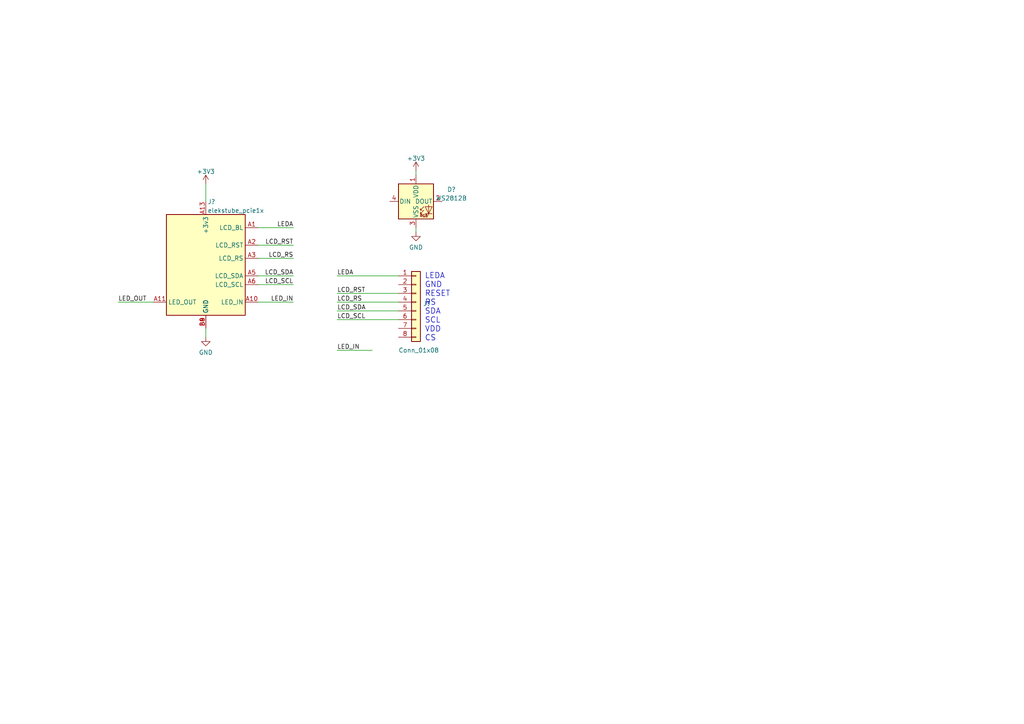
<source format=kicad_sch>
(kicad_sch (version 20211123) (generator eeschema)
  (paper "A4")
  (lib_symbols
    (symbol "Connector_Generic:Conn_01x08" (pin_names (offset 1.016) hide)
      (property "Reference" "J" (at 0 10.16 0))
      (property "Value" "Conn_01x08" (at 0 -12.7 0))
      (symbol "Conn_01x08_1_1"
        (rectangle (start -1.27 -10.033) (end 0 -10.287) (stroke (width 0.1524)))
        (rectangle (start -1.27 -7.493) (end 0 -7.747) (stroke (width 0.1524)))
        (rectangle (start -1.27 -4.953) (end 0 -5.207) (stroke (width 0.1524)))
        (rectangle (start -1.27 -2.413) (end 0 -2.667) (stroke (width 0.1524)))
        (rectangle (start -1.27 0.127) (end 0 -0.127) (stroke (width 0.1524)))
        (rectangle (start -1.27 2.667) (end 0 2.413) (stroke (width 0.1524)))
        (rectangle (start -1.27 5.207) (end 0 4.953) (stroke (width 0.1524)))
        (rectangle (start -1.27 7.747) (end 0 7.493) (stroke (width 0.1524)))
        (rectangle (start -1.27 8.89) (end 1.27 -11.43) (stroke (width 0.254)) (fill (type background)))
        (pin passive line (at -5.08 7.62 0) (length 3.81) (name "Pin_1") (number "1"))
        (pin passive line (at -5.08 5.08 0) (length 3.81) (name "Pin_2") (number "2"))
        (pin passive line (at -5.08 2.54 0) (length 3.81) (name "Pin_3") (number "3"))
        (pin passive line (at -5.08 0 0) (length 3.81) (name "Pin_4") (number "4"))
        (pin passive line (at -5.08 -2.54 0) (length 3.81) (name "Pin_5") (number "5"))
        (pin passive line (at -5.08 -5.08 0) (length 3.81) (name "Pin_6") (number "6"))
        (pin passive line (at -5.08 -7.62 0) (length 3.81) (name "Pin_7") (number "7"))
        (pin passive line (at -5.08 -10.16 0) (length 3.81) (name "Pin_8") (number "8"))
      )
    )
    (symbol "Interface:elekstube_pcie1x"
      (property "Reference" "J" (at -8.89 22.86 0))
      (property "Value" "elekstube_pcie1x" (at 12.7 22.86 0))
      (symbol "elekstube_pcie1x_0_1"
        (rectangle (start -11.43 21.59) (end 11.43 -7.62) (stroke (width 0.254)) (fill (type background)))
      )
      (symbol "elekstube_pcie1x_1_1"
        (pin input line (at -15.24 17.78 0) (length 3.81) (name "LCD_BL") (number "A1"))
        (pin input line (at -15.24 -3.81 0) (length 3.81) (name "LED_IN") (number "A10"))
        (pin output line (at 15.24 -3.81 180) (length 3.81) (name "LED_OUT") (number "A11"))
        (pin power_in line (at 0 25.4 270) (length 3.81) hide (name "+3v3") (number "A12"))
        (pin power_in line (at 0 25.4 270) (length 3.81) (name "+3v3") (number "A13"))
        (pin power_in line (at 0 25.4 270) (length 3.81) hide (name "+3v3") (number "A14"))
        (pin no_connect line (at 15.24 16.51 180) (length 3.81) hide (name "nc") (number "A15"))
        (pin power_in line (at 0 -11.43 90) (length 3.81) hide (name "GND") (number "A16"))
        (pin power_in line (at 0 -11.43 90) (length 3.81) hide (name "GND") (number "A17"))
        (pin power_in line (at 0 -11.43 90) (length 3.81) hide (name "GND") (number "A18"))
        (pin input line (at -15.24 12.7 0) (length 3.81) (name "LCD_RST") (number "A2"))
        (pin input line (at -15.24 8.89 0) (length 3.81) (name "LCD_RS") (number "A3"))
        (pin power_in line (at 0 -11.43 90) (length 3.81) hide (name "GND") (number "A4"))
        (pin bidirectional line (at -15.24 3.81 0) (length 3.81) (name "LCD_SDA") (number "A5"))
        (pin input line (at -15.24 1.27 0) (length 3.81) (name "LCD_SCL") (number "A6"))
        (pin power_in line (at 0 -11.43 90) (length 3.81) hide (name "GND") (number "A7"))
        (pin power_in line (at 0 -11.43 90) (length 3.81) hide (name "GND") (number "A8"))
        (pin power_in line (at 0 -11.43 90) (length 3.81) hide (name "GND") (number "A9"))
        (pin input line (at -15.24 17.78 0) (length 3.81) hide (name "LCD_BL") (number "B1"))
        (pin input line (at -15.24 -3.81 0) (length 3.81) hide (name "LED_IN") (number "B10"))
        (pin output line (at 15.24 -3.81 180) (length 3.81) hide (name "LED_OUT") (number "B11"))
        (pin power_in line (at 0 25.4 270) (length 3.81) hide (name "+3v3") (number "B12"))
        (pin power_in line (at 0 25.4 270) (length 3.81) hide (name "+3v3") (number "B13"))
        (pin power_in line (at 0 25.4 270) (length 3.81) hide (name "+3v3") (number "B14"))
        (pin no_connect line (at 15.24 16.51 180) (length 3.81) hide (name "nc") (number "B15"))
        (pin power_in line (at 0 -11.43 90) (length 3.81) hide (name "GND") (number "B16"))
        (pin power_in line (at 0 -11.43 90) (length 3.81) hide (name "GND") (number "B17"))
        (pin power_in line (at 0 -11.43 90) (length 3.81) hide (name "GND") (number "B18"))
        (pin input line (at -15.24 12.7 0) (length 3.81) hide (name "LCD_RST") (number "B2"))
        (pin input line (at -15.24 8.89 0) (length 3.81) hide (name "LCD_RS") (number "B3"))
        (pin power_in line (at 0 -11.43 90) (length 3.81) (name "GND") (number "B4"))
        (pin bidirectional line (at -15.24 3.81 0) (length 3.81) hide (name "LCD_SDA") (number "B5"))
        (pin input line (at -15.24 1.27 0) (length 3.81) hide (name "LCD_SCL") (number "B6"))
        (pin power_in line (at 0 -11.43 90) (length 3.81) hide (name "GND") (number "B7"))
        (pin power_in line (at 0 -11.43 90) (length 3.81) (name "GND") (number "B8"))
        (pin power_in line (at 0 -11.43 90) (length 3.81) (name "GND") (number "B9"))
      )
    )
    (symbol "LED:WS2812B" (pin_names (offset 0.254))
      (property "Reference" "D" (at 5.08 5.715 0))
      (property "Value" "WS2812B" (at 1.27 -5.715 0))
      (symbol "WS2812B_0_0"
        (text "RGB" (at 2.286 -4.191 0) (effects (font (size 0.762 0.762))))
      )
      (symbol "WS2812B_0_1"
        (polyline (pts (xy 1.27 -3.556) (xy 1.778 -3.556)))
        (polyline (pts (xy 1.27 -2.54) (xy 1.778 -2.54)))
        (polyline (pts (xy 4.699 -3.556) (xy 2.667 -3.556)))
        (polyline (pts (xy 2.286 -2.54) (xy 1.27 -3.556) (xy 1.27 -3.048)))
        (polyline (pts (xy 2.286 -1.524) (xy 1.27 -2.54) (xy 1.27 -2.032)))
        (polyline (pts (xy 3.683 -1.016) (xy 3.683 -3.556) (xy 3.683 -4.064)))
        (polyline (pts (xy 4.699 -1.524) (xy 2.667 -1.524) (xy 3.683 -3.556) (xy 4.699 -1.524)))
        (rectangle (start 5.08 5.08) (end -5.08 -5.08) (stroke (width 0.254)) (fill (type background)))
      )
      (symbol "WS2812B_1_1"
        (pin power_in line (at 0 7.62 270) (length 2.54) (name "VDD") (number "1"))
        (pin output line (at 7.62 0 180) (length 2.54) (name "DOUT") (number "2"))
        (pin power_in line (at 0 -7.62 90) (length 2.54) (name "VSS") (number "3"))
        (pin input line (at -7.62 0 0) (length 2.54) (name "DIN") (number "4"))
      )
    )
    (symbol "power:+3V3" (power) (pin_names (offset 0))
      (property "Value" "+3V3" (at 0 3.556 0))
      (symbol "+3V3_0_1"
        (polyline (pts (xy -0.762 1.27) (xy 0 2.54)))
        (polyline (pts (xy 0 0) (xy 0 2.54)))
        (polyline (pts (xy 0 2.54) (xy 0.762 1.27)))
      )
      (symbol "+3V3_1_1"
        (pin power_in line (at 0 0 90) (length 0) hide (name "+3V3") (number "1"))
      )
    )
    (symbol "power:GND" (power) (pin_names (offset 0))
      (property "Value" "GND" (at 0 -3.81 0))
      (symbol "GND_0_1"
        (polyline (pts (xy 0 0) (xy 0 -1.27) (xy 1.27 -1.27) (xy 0 -2.54) (xy -1.27 -1.27) (xy 0 -1.27)))
      )
      (symbol "GND_1_1"
        (pin power_in line (at 0 0 270) (length 0) hide (name "GND") (number "1"))
      )
    )
  )
  (wire (pts (xy 97.79 80.01) (xy 115.57 80.01)))
  (wire (pts (xy 120.65 49.53) (xy 120.65 50.8)))
  (wire (pts (xy 97.79 90.17) (xy 115.57 90.17)))
  (wire (pts (xy 74.93 74.93) (xy 85.09 74.93)))
  (wire (pts (xy 74.93 82.55) (xy 85.09 82.55)))
  (wire (pts (xy 120.65 66.04) (xy 120.65 67.31)))
  (wire (pts (xy 97.79 92.71) (xy 115.57 92.71)))
  (wire (pts (xy 74.93 66.04) (xy 85.09 66.04)))
  (wire (pts (xy 74.93 71.12) (xy 85.09 71.12)))
  (wire (pts (xy 115.57 87.63) (xy 97.79 87.63)))
  (wire (pts (xy 34.29 87.63) (xy 44.45 87.63)))
  (wire (pts (xy 59.69 53.34) (xy 59.69 58.42)))
  (wire (pts (xy 74.93 80.01) (xy 85.09 80.01)))
  (wire (pts (xy 97.79 85.09) (xy 115.57 85.09)))
  (wire (pts (xy 107.95 101.6) (xy 97.79 101.6)))
  (wire (pts (xy 74.93 87.63) (xy 85.09 87.63)))
  (wire (pts (xy 59.69 95.25) (xy 59.69 97.79)))
  (text "LEDA\nGND\nRESET\nRS\nSDA\nSCL\nVDD\nCS" (at 123.19 99.06 0) (effects (font (size 1.6 1.6)) (justify left bottom)))
  (label "LCD_SDA" (at 97.79 90.17 0))
  (label "LCD_SCL" (at 97.79 92.71 0))
  (label "LED_IN" (at 85.09 87.63 180))
  (label "LEDA" (at 85.09 66.04 180))
  (label "LEDA" (at 97.79 80.01 0))
  (label "LED_OUT" (at 34.29 87.63 0))
  (label "LCD_RST" (at 85.09 71.12 180))
  (label "LCD_RS" (at 85.09 74.93 180))
  (label "LCD_SDA" (at 85.09 80.01 180))
  (label "LCD_RS" (at 97.79 87.63 0))
  (label "LCD_SCL" (at 85.09 82.55 180))
  (label "LED_IN" (at 97.79 101.6 0))
  (label "LCD_RST" (at 97.79 85.09 0))
  (symbol (lib_id "power:GND") (at 59.69 97.79 0) (unit 1)
    (property "Reference" "#PWR?" (effects hide))
    (property "Value" "GND" (at 59.69 102.2334 0))
  )
  (symbol (lib_id "power:GND") (at 120.65 67.31 0) (unit 1)
    (property "Reference" "#PWR?" (effects hide))
    (property "Value" "GND" (at 120.65 71.7534 0))
  )
  (symbol (lib_id "Connector_Generic:Conn_01x08") (at 120.65 87.63 0) (unit 1)
    (property "Reference" "J?" (at 122.682 88.0653 0) (effects (justify left)))
    (property "Value" "Conn_01x08" (at 115.57 101.6 0) (effects (justify left)))
    (property "Footprint" "Display:1.14in LCD 12c" (effects hide))
  )
  (symbol (lib_id "power:+3V3") (at 120.65 49.53 0) (unit 1)
    (property "Reference" "#PWR?" (effects hide))
    (property "Value" "+3V3" (at 120.65 45.9542 0))
  )
  (symbol (lib_id "power:+3V3") (at 59.69 53.34 0) (unit 1)
    (property "Reference" "#PWR?" (effects hide))
    (property "Value" "+3V3" (at 59.69 49.7642 0))
  )
  (symbol (lib_id "LED:WS2812B") (at 120.65 58.42 0) (unit 1)
    (property "Reference" "D?" (at 130.9559 54.9616 0))
    (property "Value" "WS2812B" (at 130.9559 57.4985 0))
    (property "Footprint" "LED_SMD:LED_WS2812B_PLCC4_5.0x5.0mm_P3.2mm" (effects hide))
    (property "Datasheet" "https://cdn-shop.adafruit.com/datasheets/WS2812B.pdf" (effects hide))
  )
  (symbol (lib_id "Interface:elekstube_pcie1x") (at 59.69 83.82 0) (mirror y) (unit 1)
    (property "Reference" "J?" (at 60.2106 58.5302 0) (effects (justify right)))
    (property "Value" "elekstube_pcie1x" (at 60.2106 61.0671 0) (effects (justify right)))
    (property "Footprint" "Connector_PCBEdge:BUS_PCIexpress_x1" (effects hide))
  )
)
</source>
